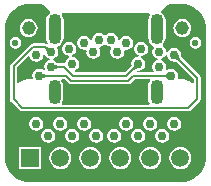
<source format=gbr>
%TF.GenerationSoftware,Altium Limited,Altium Designer,21.3.2 (30)*%
G04 Layer_Physical_Order=3*
G04 Layer_Color=16440176*
%FSLAX44Y44*%
%MOMM*%
%TF.SameCoordinates,675AFF39-0D07-4396-8A84-043E8CC343DD*%
%TF.FilePolarity,Positive*%
%TF.FileFunction,Copper,L3,Inr,Signal*%
%TF.Part,Single*%
G01*
G75*
%TA.AperFunction,Conductor*%
%ADD13C,0.2032*%
%TA.AperFunction,WasherPad*%
%ADD14C,1.1520*%
%TA.AperFunction,ComponentPad*%
%ADD15R,1.5000X1.5000*%
%ADD16C,1.5000*%
%ADD17O,1.1000X2.6000*%
%ADD18O,1.1000X2.1000*%
%TA.AperFunction,ViaPad*%
%ADD19C,0.7620*%
%ADD20C,0.5588*%
G36*
X70834Y29231D02*
X74474Y27724D01*
X77749Y25535D01*
X80535Y22749D01*
X82724Y19474D01*
X84231Y15834D01*
X85000Y11970D01*
Y10000D01*
Y-100000D01*
X85000Y-100000D01*
Y-101970D01*
X84231Y-105834D01*
X82724Y-109474D01*
X80535Y-112749D01*
X77749Y-115535D01*
X74474Y-117724D01*
X70834Y-119231D01*
X66970Y-120000D01*
X65000Y-120000D01*
X-65000Y-120000D01*
X-66970D01*
X-70834Y-119231D01*
X-74474Y-117724D01*
X-77749Y-115535D01*
X-80535Y-112749D01*
X-82724Y-109474D01*
X-84231Y-105834D01*
X-85000Y-101970D01*
Y-100000D01*
Y10000D01*
Y11970D01*
X-84231Y15834D01*
X-82724Y19474D01*
X-80535Y22749D01*
X-77749Y25535D01*
X-74474Y27724D01*
X-70834Y29231D01*
X-66970Y30000D01*
X-65000Y30000D01*
X-53656Y30000D01*
X-53656Y30000D01*
X-53656Y30000D01*
X-53655Y30000D01*
X-52499Y29727D01*
X-52471Y29715D01*
X-52062Y29442D01*
X-51888Y29268D01*
X-46677Y24057D01*
X-46947Y22531D01*
X-47991Y21731D01*
X-49157Y20210D01*
X-49891Y18440D01*
X-50141Y16540D01*
Y1540D01*
X-49891Y-360D01*
X-49157Y-2131D01*
X-48965Y-2381D01*
X-49845Y-3321D01*
X-50010Y-3210D01*
X-51101Y-2993D01*
X-51101Y-2993D01*
X-61261D01*
X-62351Y-3210D01*
X-63275Y-3828D01*
X-63275Y-3828D01*
X-79808Y-20361D01*
X-80426Y-21285D01*
X-80643Y-22375D01*
X-80643Y-22376D01*
Y-50299D01*
X-80643Y-50300D01*
X-80426Y-51390D01*
X-79808Y-52314D01*
X-72314Y-59808D01*
X-72314Y-59808D01*
X-71390Y-60426D01*
X-70300Y-60643D01*
X70299D01*
X70299Y-60643D01*
X71390Y-60426D01*
X72314Y-59808D01*
X79808Y-52314D01*
X79808Y-52314D01*
X80426Y-51390D01*
X80643Y-50299D01*
X80643Y-50299D01*
Y-32074D01*
X80643Y-32074D01*
X80426Y-30984D01*
X79808Y-30060D01*
X79808Y-30060D01*
X64500Y-14751D01*
X64454Y-14688D01*
X64372Y-14550D01*
X64295Y-14388D01*
X64224Y-14197D01*
X64162Y-13975D01*
X64142Y-13879D01*
X64377Y-12700D01*
X63923Y-10421D01*
X62632Y-8488D01*
X60699Y-7197D01*
X58420Y-6744D01*
X56141Y-7197D01*
X54208Y-8488D01*
X52917Y-10421D01*
X51675Y-10167D01*
X51677Y-10160D01*
X51223Y-7881D01*
X49932Y-5948D01*
X48837Y-5216D01*
X48786Y-3655D01*
X48791Y-3651D01*
X49957Y-2131D01*
X50691Y-360D01*
X50941Y1540D01*
Y16540D01*
X50691Y18440D01*
X49957Y20210D01*
X48791Y21731D01*
X47295Y22879D01*
X47091Y23053D01*
X46951Y24331D01*
X51888Y29268D01*
X51888Y29268D01*
Y29268D01*
X52899Y29893D01*
X52926Y29904D01*
X53409Y30000D01*
X53656Y30000D01*
X65000Y30000D01*
X66970D01*
X70834Y29231D01*
D02*
G37*
G36*
X-49585Y-5895D02*
X-49316Y-6087D01*
X-49029Y-6246D01*
X-48723Y-6373D01*
X-48399Y-6465D01*
X-48057Y-6525D01*
X-47697Y-6552D01*
X-47319Y-6545D01*
X-46923Y-6506D01*
X-46509Y-6432D01*
X-49462Y-10874D01*
X-49561Y-10404D01*
X-49792Y-9546D01*
X-49926Y-9158D01*
X-50228Y-8465D01*
X-50396Y-8159D01*
X-50577Y-7881D01*
X-50769Y-7630D01*
X-50973Y-7407D01*
X-49837Y-5669D01*
X-49585Y-5895D01*
D02*
G37*
G36*
X37933Y21110D02*
X37243Y20210D01*
X36509Y18440D01*
X36259Y16540D01*
Y1540D01*
X36509Y-360D01*
X37243Y-2131D01*
X38409Y-3651D01*
X39930Y-4817D01*
X40645Y-5114D01*
X41038Y-6651D01*
X40217Y-7881D01*
X39764Y-10160D01*
X40217Y-12439D01*
X41508Y-14372D01*
X43441Y-15663D01*
X44444Y-15863D01*
Y-17157D01*
X43441Y-17357D01*
X41508Y-18648D01*
X40217Y-20581D01*
X39764Y-22860D01*
X40217Y-25139D01*
X41033Y-26361D01*
X40354Y-27631D01*
X27315D01*
X26969Y-27232D01*
X26813Y-26690D01*
X27051Y-26125D01*
X27089Y-26107D01*
X27940Y-26277D01*
X30219Y-25823D01*
X32152Y-24532D01*
X33443Y-22599D01*
X33897Y-20320D01*
X33443Y-18041D01*
X32152Y-16108D01*
X30220Y-14817D01*
X30473Y-13575D01*
X30480Y-13577D01*
X32759Y-13123D01*
X34692Y-11832D01*
X35983Y-9899D01*
X36437Y-7620D01*
X35983Y-5341D01*
X34692Y-3408D01*
X32759Y-2117D01*
X30480Y-1664D01*
X28201Y-2117D01*
X26268Y-3408D01*
X24977Y-5341D01*
X24523Y-7620D01*
X24977Y-9899D01*
X26268Y-11832D01*
X28201Y-13123D01*
X27947Y-14365D01*
X27940Y-14363D01*
X25661Y-14817D01*
X23728Y-16108D01*
X22437Y-18041D01*
X21983Y-20320D01*
X22218Y-21499D01*
X22199Y-21595D01*
X22136Y-21817D01*
X22065Y-22008D01*
X21988Y-22170D01*
X21906Y-22308D01*
X21860Y-22371D01*
X16600Y-27631D01*
X-25600D01*
X-25959Y-27177D01*
X-25717Y-26079D01*
X-25497Y-25714D01*
X-23728Y-24532D01*
X-22437Y-22599D01*
X-21983Y-20320D01*
X-22437Y-18041D01*
X-23728Y-16108D01*
X-25661Y-14817D01*
X-27940Y-14363D01*
X-27947Y-14365D01*
X-28201Y-13123D01*
X-26268Y-11832D01*
X-24977Y-9899D01*
X-24523Y-7620D01*
X-24977Y-5341D01*
X-26268Y-3408D01*
X-28201Y-2117D01*
X-30480Y-1664D01*
X-32759Y-2117D01*
X-34692Y-3408D01*
X-35983Y-5341D01*
X-36437Y-7620D01*
X-35983Y-9899D01*
X-34692Y-11832D01*
X-32759Y-13123D01*
X-30480Y-13577D01*
X-30473Y-13575D01*
X-30220Y-14817D01*
X-32152Y-16108D01*
X-33443Y-18041D01*
X-33646Y-19059D01*
X-35099Y-20011D01*
X-35099Y-20011D01*
X-39970D01*
X-40048Y-19999D01*
X-40203Y-19960D01*
X-40373Y-19899D01*
X-40558Y-19814D01*
X-40759Y-19701D01*
X-40841Y-19647D01*
X-41508Y-18648D01*
X-43441Y-17357D01*
X-44444Y-17157D01*
Y-15863D01*
X-43441Y-15663D01*
X-41508Y-14372D01*
X-40217Y-12439D01*
X-39764Y-10160D01*
X-40217Y-7881D01*
X-40916Y-6834D01*
X-40913Y-6547D01*
X-40388Y-5339D01*
X-39130Y-4817D01*
X-37609Y-3651D01*
X-36443Y-2131D01*
X-35709Y-360D01*
X-35459Y1540D01*
Y16540D01*
X-35709Y18440D01*
X-36443Y20210D01*
X-37133Y21110D01*
X-36507Y22380D01*
X37307Y22380D01*
X37933Y21110D01*
D02*
G37*
G36*
X62237Y-13189D02*
X62267Y-13616D01*
X62321Y-14020D01*
X62398Y-14401D01*
X62499Y-14758D01*
X62622Y-15092D01*
X62770Y-15403D01*
X62940Y-15690D01*
X63134Y-15954D01*
X63351Y-16195D01*
X61915Y-17631D01*
X61674Y-17414D01*
X61410Y-17220D01*
X61123Y-17050D01*
X60812Y-16903D01*
X60478Y-16779D01*
X60121Y-16678D01*
X59740Y-16601D01*
X59336Y-16547D01*
X58909Y-16517D01*
X58458Y-16510D01*
X62230Y-12738D01*
X62237Y-13189D01*
D02*
G37*
G36*
X-49932Y-14372D02*
X-47999Y-15663D01*
X-46996Y-15863D01*
Y-17157D01*
X-47999Y-17357D01*
X-49932Y-18648D01*
X-51223Y-20581D01*
X-51677Y-22860D01*
X-51246Y-25023D01*
X-51500Y-25335D01*
X-52261Y-25872D01*
X-53601Y-24977D01*
X-55880Y-24523D01*
X-58159Y-24977D01*
X-60092Y-26268D01*
X-61383Y-28201D01*
X-61837Y-30480D01*
X-61459Y-32376D01*
X-62126Y-33256D01*
X-62439Y-33465D01*
X-63661Y-33222D01*
X-63840D01*
X-64015Y-33187D01*
X-65985D01*
X-66160Y-33222D01*
X-66339D01*
X-68271Y-33606D01*
X-68436Y-33675D01*
X-68611Y-33709D01*
X-70430Y-34463D01*
X-70579Y-34562D01*
X-70744Y-34631D01*
X-72382Y-35725D01*
X-72508Y-35852D01*
X-72656Y-35951D01*
X-73675Y-36969D01*
X-74945Y-36443D01*
Y-23555D01*
X-65281Y-13892D01*
X-64066Y-14260D01*
X-63923Y-14979D01*
X-62632Y-16912D01*
X-60699Y-18203D01*
X-58420Y-18657D01*
X-56141Y-18203D01*
X-54208Y-16912D01*
X-52917Y-14979D01*
X-52463Y-12700D01*
X-52465Y-12693D01*
X-51223Y-12440D01*
X-49932Y-14372D01*
D02*
G37*
G36*
X27902Y-24130D02*
X27451Y-24137D01*
X27024Y-24167D01*
X26620Y-24221D01*
X26239Y-24298D01*
X25882Y-24399D01*
X25548Y-24523D01*
X25237Y-24670D01*
X24950Y-24840D01*
X24686Y-25034D01*
X24445Y-25251D01*
X23009Y-23815D01*
X23226Y-23574D01*
X23420Y-23310D01*
X23590Y-23023D01*
X23737Y-22712D01*
X23861Y-22378D01*
X23962Y-22021D01*
X24039Y-21640D01*
X24093Y-21236D01*
X24123Y-20809D01*
X24130Y-20358D01*
X27902Y-24130D01*
D02*
G37*
G36*
X-42675Y-20507D02*
X-42352Y-20787D01*
X-42028Y-21035D01*
X-41704Y-21250D01*
X-41381Y-21431D01*
X-41057Y-21580D01*
X-40733Y-21695D01*
X-40409Y-21778D01*
X-40086Y-21827D01*
X-39762Y-21844D01*
Y-23876D01*
X-40086Y-23893D01*
X-40409Y-23942D01*
X-40733Y-24025D01*
X-41057Y-24140D01*
X-41381Y-24289D01*
X-41704Y-24470D01*
X-42028Y-24685D01*
X-42352Y-24933D01*
X-42675Y-25213D01*
X-42999Y-25527D01*
Y-20193D01*
X-42675Y-20507D01*
D02*
G37*
G36*
X53159Y-33147D02*
X52835Y-32833D01*
X52512Y-32553D01*
X52188Y-32305D01*
X51864Y-32090D01*
X51541Y-31909D01*
X51217Y-31760D01*
X50893Y-31645D01*
X50570Y-31562D01*
X50246Y-31512D01*
X49922Y-31496D01*
Y-29464D01*
X50246Y-29448D01*
X50570Y-29398D01*
X50893Y-29315D01*
X51217Y-29200D01*
X51541Y-29051D01*
X51864Y-28870D01*
X52188Y-28655D01*
X52512Y-28407D01*
X52835Y-28127D01*
X53159Y-27813D01*
Y-33147D01*
D02*
G37*
G36*
X-52835Y-28127D02*
X-52512Y-28407D01*
X-52188Y-28655D01*
X-51864Y-28870D01*
X-51541Y-29051D01*
X-51217Y-29200D01*
X-50893Y-29315D01*
X-50570Y-29398D01*
X-50246Y-29448D01*
X-49922Y-29464D01*
Y-31496D01*
X-50246Y-31512D01*
X-50570Y-31562D01*
X-50893Y-31645D01*
X-51217Y-31760D01*
X-51541Y-31909D01*
X-51864Y-32090D01*
X-52188Y-32305D01*
X-52512Y-32553D01*
X-52835Y-32833D01*
X-53159Y-33147D01*
Y-27813D01*
X-52835Y-28127D01*
D02*
G37*
G36*
X52465Y-12693D02*
X52463Y-12700D01*
X52917Y-14979D01*
X54208Y-16912D01*
X56141Y-18203D01*
X58420Y-18657D01*
X59599Y-18422D01*
X59695Y-18441D01*
X59917Y-18504D01*
X60108Y-18575D01*
X60270Y-18652D01*
X60408Y-18734D01*
X60471Y-18780D01*
X74945Y-33254D01*
Y-36443D01*
X73675Y-36969D01*
X72656Y-35951D01*
X72508Y-35851D01*
X72382Y-35725D01*
X70744Y-34631D01*
X70579Y-34562D01*
X70430Y-34463D01*
X68611Y-33709D01*
X68436Y-33675D01*
X68271Y-33606D01*
X66339Y-33222D01*
X66160D01*
X65985Y-33187D01*
X64015D01*
X63840Y-33222D01*
X63661D01*
X62439Y-33465D01*
X62126Y-33256D01*
X61459Y-32376D01*
X61837Y-30480D01*
X61383Y-28201D01*
X60092Y-26268D01*
X58159Y-24977D01*
X55880Y-24523D01*
X53601Y-24977D01*
X52261Y-25872D01*
X51500Y-25335D01*
X51246Y-25023D01*
X51677Y-22860D01*
X51223Y-20581D01*
X49932Y-18648D01*
X47999Y-17357D01*
X46996Y-17157D01*
Y-15863D01*
X47999Y-15663D01*
X49932Y-14372D01*
X51223Y-12440D01*
X52465Y-12693D01*
D02*
G37*
G36*
X37957Y-34599D02*
X37043Y-35790D01*
X36309Y-37560D01*
X36059Y-39460D01*
Y-49460D01*
X36309Y-51360D01*
X37043Y-53131D01*
X37461Y-53675D01*
X36834Y-54945D01*
X-36435D01*
X-37061Y-53675D01*
X-36643Y-53131D01*
X-35910Y-51360D01*
X-35659Y-49460D01*
Y-39460D01*
X-35910Y-37560D01*
X-36643Y-35790D01*
X-37557Y-34599D01*
X-37092Y-33329D01*
X-34406D01*
X-31176Y-36558D01*
X-31176Y-36558D01*
X-30252Y-37176D01*
X-29162Y-37393D01*
X-29162Y-37393D01*
X19463D01*
X19463Y-37393D01*
X20554Y-37176D01*
X21478Y-36558D01*
X24707Y-33329D01*
X37492D01*
X37957Y-34599D01*
D02*
G37*
%LPC*%
G36*
X65000Y17603D02*
X63032Y17344D01*
X61199Y16584D01*
X59624Y15376D01*
X58416Y13801D01*
X57656Y11968D01*
X57397Y10000D01*
X57656Y8032D01*
X58416Y6198D01*
X59624Y4624D01*
X61199Y3416D01*
X63032Y2656D01*
X65000Y2397D01*
X66968Y2656D01*
X68801Y3416D01*
X70376Y4624D01*
X71584Y6198D01*
X72344Y8032D01*
X72603Y10000D01*
X72344Y11968D01*
X71584Y13801D01*
X70376Y15376D01*
X68801Y16584D01*
X66968Y17344D01*
X65000Y17603D01*
D02*
G37*
G36*
X-65000D02*
X-66968Y17344D01*
X-68801Y16584D01*
X-70376Y15376D01*
X-71584Y13801D01*
X-72344Y11968D01*
X-72603Y10000D01*
X-72344Y8032D01*
X-71584Y6198D01*
X-70376Y4624D01*
X-68801Y3416D01*
X-66968Y2656D01*
X-65000Y2397D01*
X-63032Y2656D01*
X-61199Y3416D01*
X-59624Y4624D01*
X-58416Y6198D01*
X-57656Y8032D01*
X-57397Y10000D01*
X-57656Y11968D01*
X-58416Y13801D01*
X-59624Y15376D01*
X-61199Y16584D01*
X-63032Y17344D01*
X-65000Y17603D01*
D02*
G37*
G36*
X76200Y2380D02*
X74317Y2006D01*
X72721Y939D01*
X71654Y-657D01*
X71280Y-2540D01*
X71654Y-4423D01*
X72721Y-6019D01*
X74317Y-7086D01*
X76200Y-7461D01*
X78083Y-7086D01*
X79679Y-6019D01*
X80746Y-4423D01*
X81121Y-2540D01*
X80746Y-657D01*
X79679Y939D01*
X78083Y2006D01*
X76200Y2380D01*
D02*
G37*
G36*
X-76200D02*
X-78083Y2006D01*
X-79679Y939D01*
X-80746Y-657D01*
X-81121Y-2540D01*
X-80746Y-4423D01*
X-79679Y-6019D01*
X-78083Y-7086D01*
X-76200Y-7461D01*
X-74317Y-7086D01*
X-72721Y-6019D01*
X-71654Y-4423D01*
X-71280Y-2540D01*
X-71654Y-657D01*
X-72721Y939D01*
X-74317Y2006D01*
X-76200Y2380D01*
D02*
G37*
G36*
X58420Y-65163D02*
X56141Y-65617D01*
X54208Y-66908D01*
X52917Y-68841D01*
X52463Y-71120D01*
X52917Y-73399D01*
X54208Y-75332D01*
X56141Y-76623D01*
X58420Y-77077D01*
X60699Y-76623D01*
X62632Y-75332D01*
X63923Y-73399D01*
X64377Y-71120D01*
X63923Y-68841D01*
X62632Y-66908D01*
X60699Y-65617D01*
X58420Y-65163D01*
D02*
G37*
G36*
X38100D02*
X35821Y-65617D01*
X33888Y-66908D01*
X32597Y-68841D01*
X32143Y-71120D01*
X32597Y-73399D01*
X33888Y-75332D01*
X35821Y-76623D01*
X38100Y-77077D01*
X40379Y-76623D01*
X42312Y-75332D01*
X43603Y-73399D01*
X44057Y-71120D01*
X43603Y-68841D01*
X42312Y-66908D01*
X40379Y-65617D01*
X38100Y-65163D01*
D02*
G37*
G36*
X17780D02*
X15501Y-65617D01*
X13568Y-66908D01*
X12277Y-68841D01*
X11824Y-71120D01*
X12277Y-73399D01*
X13568Y-75332D01*
X15501Y-76623D01*
X17780Y-77077D01*
X20059Y-76623D01*
X21992Y-75332D01*
X23283Y-73399D01*
X23737Y-71120D01*
X23283Y-68841D01*
X21992Y-66908D01*
X20059Y-65617D01*
X17780Y-65163D01*
D02*
G37*
G36*
X-17780D02*
X-20059Y-65617D01*
X-21992Y-66908D01*
X-23283Y-68841D01*
X-23737Y-71120D01*
X-23283Y-73399D01*
X-21992Y-75332D01*
X-20059Y-76623D01*
X-17780Y-77077D01*
X-15501Y-76623D01*
X-13568Y-75332D01*
X-12277Y-73399D01*
X-11824Y-71120D01*
X-12277Y-68841D01*
X-13568Y-66908D01*
X-15501Y-65617D01*
X-17780Y-65163D01*
D02*
G37*
G36*
X-38100D02*
X-40379Y-65617D01*
X-42312Y-66908D01*
X-43603Y-68841D01*
X-44057Y-71120D01*
X-43603Y-73399D01*
X-42312Y-75332D01*
X-40379Y-76623D01*
X-38100Y-77077D01*
X-35821Y-76623D01*
X-33888Y-75332D01*
X-32597Y-73399D01*
X-32143Y-71120D01*
X-32597Y-68841D01*
X-33888Y-66908D01*
X-35821Y-65617D01*
X-38100Y-65163D01*
D02*
G37*
G36*
X-58420D02*
X-60699Y-65617D01*
X-62632Y-66908D01*
X-63923Y-68841D01*
X-64377Y-71120D01*
X-63923Y-73399D01*
X-62632Y-75332D01*
X-60699Y-76623D01*
X-58420Y-77077D01*
X-56141Y-76623D01*
X-54208Y-75332D01*
X-52917Y-73399D01*
X-52463Y-71120D01*
X-52917Y-68841D01*
X-54208Y-66908D01*
X-56141Y-65617D01*
X-58420Y-65163D01*
D02*
G37*
G36*
X48260Y-75324D02*
X45981Y-75777D01*
X44048Y-77068D01*
X42757Y-79001D01*
X42304Y-81280D01*
X42757Y-83559D01*
X44048Y-85492D01*
X45981Y-86783D01*
X48260Y-87236D01*
X50539Y-86783D01*
X52472Y-85492D01*
X53763Y-83559D01*
X54216Y-81280D01*
X53763Y-79001D01*
X52472Y-77068D01*
X50539Y-75777D01*
X48260Y-75324D01*
D02*
G37*
G36*
X27940D02*
X25661Y-75777D01*
X23728Y-77068D01*
X22437Y-79001D01*
X21983Y-81280D01*
X22437Y-83559D01*
X23728Y-85492D01*
X25661Y-86783D01*
X27940Y-87236D01*
X30219Y-86783D01*
X32152Y-85492D01*
X33443Y-83559D01*
X33897Y-81280D01*
X33443Y-79001D01*
X32152Y-77068D01*
X30219Y-75777D01*
X27940Y-75324D01*
D02*
G37*
G36*
X7620D02*
X5341Y-75777D01*
X3408Y-77068D01*
X2117Y-79001D01*
X1664Y-81280D01*
X2117Y-83559D01*
X3408Y-85492D01*
X5341Y-86783D01*
X7620Y-87236D01*
X9899Y-86783D01*
X11832Y-85492D01*
X13123Y-83559D01*
X13577Y-81280D01*
X13123Y-79001D01*
X11832Y-77068D01*
X9899Y-75777D01*
X7620Y-75324D01*
D02*
G37*
G36*
X-7620D02*
X-9899Y-75777D01*
X-11832Y-77068D01*
X-13123Y-79001D01*
X-13577Y-81280D01*
X-13123Y-83559D01*
X-11832Y-85492D01*
X-9899Y-86783D01*
X-7620Y-87236D01*
X-5341Y-86783D01*
X-3408Y-85492D01*
X-2117Y-83559D01*
X-1664Y-81280D01*
X-2117Y-79001D01*
X-3408Y-77068D01*
X-5341Y-75777D01*
X-7620Y-75324D01*
D02*
G37*
G36*
X-27940D02*
X-30219Y-75777D01*
X-32152Y-77068D01*
X-33443Y-79001D01*
X-33897Y-81280D01*
X-33443Y-83559D01*
X-32152Y-85492D01*
X-30219Y-86783D01*
X-27940Y-87236D01*
X-25661Y-86783D01*
X-23728Y-85492D01*
X-22437Y-83559D01*
X-21983Y-81280D01*
X-22437Y-79001D01*
X-23728Y-77068D01*
X-25661Y-75777D01*
X-27940Y-75324D01*
D02*
G37*
G36*
X-48260D02*
X-50539Y-75777D01*
X-52472Y-77068D01*
X-53763Y-79001D01*
X-54216Y-81280D01*
X-53763Y-83559D01*
X-52472Y-85492D01*
X-50539Y-86783D01*
X-48260Y-87236D01*
X-45981Y-86783D01*
X-44048Y-85492D01*
X-42757Y-83559D01*
X-42304Y-81280D01*
X-42757Y-79001D01*
X-44048Y-77068D01*
X-45981Y-75777D01*
X-48260Y-75324D01*
D02*
G37*
G36*
X-54222Y-90722D02*
X-72778D01*
Y-109278D01*
X-54222D01*
Y-90722D01*
D02*
G37*
G36*
X63500Y-90642D02*
X61078Y-90961D01*
X58821Y-91896D01*
X56883Y-93383D01*
X55396Y-95321D01*
X54461Y-97578D01*
X54142Y-100000D01*
X54461Y-102422D01*
X55396Y-104679D01*
X56883Y-106617D01*
X58821Y-108104D01*
X61078Y-109039D01*
X63500Y-109358D01*
X65922Y-109039D01*
X68179Y-108104D01*
X70117Y-106617D01*
X71604Y-104679D01*
X72539Y-102422D01*
X72858Y-100000D01*
X72539Y-97578D01*
X71604Y-95321D01*
X70117Y-93383D01*
X68179Y-91896D01*
X65922Y-90961D01*
X63500Y-90642D01*
D02*
G37*
G36*
X38100D02*
X35678Y-90961D01*
X33421Y-91896D01*
X31483Y-93383D01*
X29996Y-95321D01*
X29061Y-97578D01*
X28742Y-100000D01*
X29061Y-102422D01*
X29996Y-104679D01*
X31483Y-106617D01*
X33421Y-108104D01*
X35678Y-109039D01*
X38100Y-109358D01*
X40522Y-109039D01*
X42779Y-108104D01*
X44717Y-106617D01*
X46204Y-104679D01*
X47139Y-102422D01*
X47458Y-100000D01*
X47139Y-97578D01*
X46204Y-95321D01*
X44717Y-93383D01*
X42779Y-91896D01*
X40522Y-90961D01*
X38100Y-90642D01*
D02*
G37*
G36*
X12700D02*
X10278Y-90961D01*
X8021Y-91896D01*
X6083Y-93383D01*
X4596Y-95321D01*
X3661Y-97578D01*
X3342Y-100000D01*
X3661Y-102422D01*
X4596Y-104679D01*
X6083Y-106617D01*
X8021Y-108104D01*
X10278Y-109039D01*
X12700Y-109358D01*
X15122Y-109039D01*
X17379Y-108104D01*
X19317Y-106617D01*
X20804Y-104679D01*
X21739Y-102422D01*
X22058Y-100000D01*
X21739Y-97578D01*
X20804Y-95321D01*
X19317Y-93383D01*
X17379Y-91896D01*
X15122Y-90961D01*
X12700Y-90642D01*
D02*
G37*
G36*
X-12700D02*
X-15122Y-90961D01*
X-17379Y-91896D01*
X-19317Y-93383D01*
X-20804Y-95321D01*
X-21739Y-97578D01*
X-22058Y-100000D01*
X-21739Y-102422D01*
X-20804Y-104679D01*
X-19317Y-106617D01*
X-17379Y-108104D01*
X-15122Y-109039D01*
X-12700Y-109358D01*
X-10278Y-109039D01*
X-8021Y-108104D01*
X-6083Y-106617D01*
X-4596Y-104679D01*
X-3661Y-102422D01*
X-3342Y-100000D01*
X-3661Y-97578D01*
X-4596Y-95321D01*
X-6083Y-93383D01*
X-8021Y-91896D01*
X-10278Y-90961D01*
X-12700Y-90642D01*
D02*
G37*
G36*
X-38100D02*
X-40522Y-90961D01*
X-42779Y-91896D01*
X-44717Y-93383D01*
X-46204Y-95321D01*
X-47139Y-97578D01*
X-47458Y-100000D01*
X-47139Y-102422D01*
X-46204Y-104679D01*
X-44717Y-106617D01*
X-42779Y-108104D01*
X-40522Y-109039D01*
X-38100Y-109358D01*
X-35678Y-109039D01*
X-33421Y-108104D01*
X-31483Y-106617D01*
X-29996Y-104679D01*
X-29061Y-102422D01*
X-28742Y-100000D01*
X-29061Y-97578D01*
X-29996Y-95321D01*
X-31483Y-93383D01*
X-33421Y-91896D01*
X-35678Y-90961D01*
X-38100Y-90642D01*
D02*
G37*
G36*
X5080Y5957D02*
X2801Y5503D01*
X868Y4212D01*
X635Y3863D01*
X-635D01*
X-868Y4212D01*
X-2801Y5503D01*
X-5080Y5957D01*
X-7359Y5503D01*
X-9292Y4212D01*
X-10583Y2279D01*
X-11036Y0D01*
X-11035Y-7D01*
X-12277Y-260D01*
X-13568Y1672D01*
X-15501Y2963D01*
X-17780Y3417D01*
X-20059Y2963D01*
X-21992Y1672D01*
X-23283Y-261D01*
X-23737Y-2540D01*
X-23283Y-4819D01*
X-21992Y-6752D01*
X-20059Y-8043D01*
X-17780Y-8497D01*
X-16824Y-8306D01*
X-15926Y-9204D01*
X-16116Y-10160D01*
X-15663Y-12439D01*
X-14372Y-14372D01*
X-12439Y-15663D01*
X-10160Y-16116D01*
X-7881Y-15663D01*
X-5948Y-14372D01*
X-4657Y-12439D01*
X-4203Y-10160D01*
X-4657Y-7881D01*
X-5136Y-7164D01*
X-5133Y-7099D01*
X-4493Y-5840D01*
X-2801Y-5503D01*
X-868Y-4212D01*
X-635Y-3863D01*
X635D01*
X868Y-4212D01*
X2801Y-5503D01*
X4493Y-5840D01*
X5133Y-7099D01*
X5136Y-7164D01*
X4657Y-7881D01*
X4203Y-10160D01*
X4657Y-12439D01*
X5948Y-14372D01*
X7881Y-15663D01*
X10160Y-16116D01*
X12439Y-15663D01*
X14372Y-14372D01*
X15663Y-12439D01*
X16116Y-10160D01*
X15926Y-9204D01*
X16824Y-8306D01*
X17780Y-8497D01*
X20059Y-8043D01*
X21992Y-6752D01*
X23283Y-4819D01*
X23737Y-2540D01*
X23283Y-261D01*
X21992Y1672D01*
X20059Y2963D01*
X17780Y3417D01*
X15501Y2963D01*
X13568Y1672D01*
X12277Y-260D01*
X11035Y-7D01*
X11036Y0D01*
X10583Y2279D01*
X9292Y4212D01*
X7359Y5503D01*
X5080Y5957D01*
D02*
G37*
%LPD*%
D13*
X-33226Y-30480D02*
X-29162Y-34544D01*
X19463D01*
X23527Y-30480D01*
X-27479D02*
X17780D01*
X27940Y-20320D01*
X-35099Y-22860D02*
X-27479Y-30480D01*
X23527D02*
X55880D01*
X-55880D02*
X-33226D01*
X-45720Y-22860D02*
X-35099D01*
X-77794Y-22375D02*
X-61261Y-5842D01*
X-51101D02*
X-46783Y-10160D01*
X-61261Y-5842D02*
X-51101D01*
X-46783Y-10160D02*
X-45720D01*
X58420Y-12700D02*
X77794Y-32074D01*
X-70300Y-57794D02*
X70299D01*
X-77794Y-50300D02*
Y-22375D01*
Y-50300D02*
X-70300Y-57794D01*
X77794Y-50299D02*
Y-32074D01*
X70299Y-57794D02*
X77794Y-50299D01*
D14*
X65000Y10000D02*
D03*
X-65000D02*
D03*
D15*
X-63500Y-100000D02*
D03*
D16*
X-38100D02*
D03*
X-12700D02*
D03*
X12700D02*
D03*
X38100D02*
D03*
X63500D02*
D03*
D17*
X43600Y9040D02*
D03*
X-42800D02*
D03*
D18*
X43400Y-44460D02*
D03*
X-43000D02*
D03*
D19*
X58420Y-71120D02*
D03*
X48260Y-81280D02*
D03*
X38100Y-71120D02*
D03*
X27940Y-81280D02*
D03*
X17780Y-71120D02*
D03*
X7620Y-81280D02*
D03*
X-7620D02*
D03*
X-17780Y-71120D02*
D03*
X-27940Y-81280D02*
D03*
X-38100Y-71120D02*
D03*
X-48260Y-81280D02*
D03*
X-58420Y-71120D02*
D03*
X10160Y-10160D02*
D03*
X17780Y-2540D02*
D03*
X-17780D02*
D03*
X-5080Y0D02*
D03*
X5080D02*
D03*
X-10160Y-10160D02*
D03*
X45720Y-22860D02*
D03*
X-27940Y-20320D02*
D03*
X27940D02*
D03*
X-45720Y-10160D02*
D03*
X45720D02*
D03*
X30480Y-7620D02*
D03*
X-55880Y-30480D02*
D03*
X-45720Y-22860D02*
D03*
X55880Y-30480D02*
D03*
X-30480Y-7620D02*
D03*
X-58420Y-12700D02*
D03*
X58420D02*
D03*
D20*
X76200Y-2540D02*
D03*
X-76200D02*
D03*
%TF.MD5,f10b93b463266aa7a24a2f5d69207ee7*%
M02*

</source>
